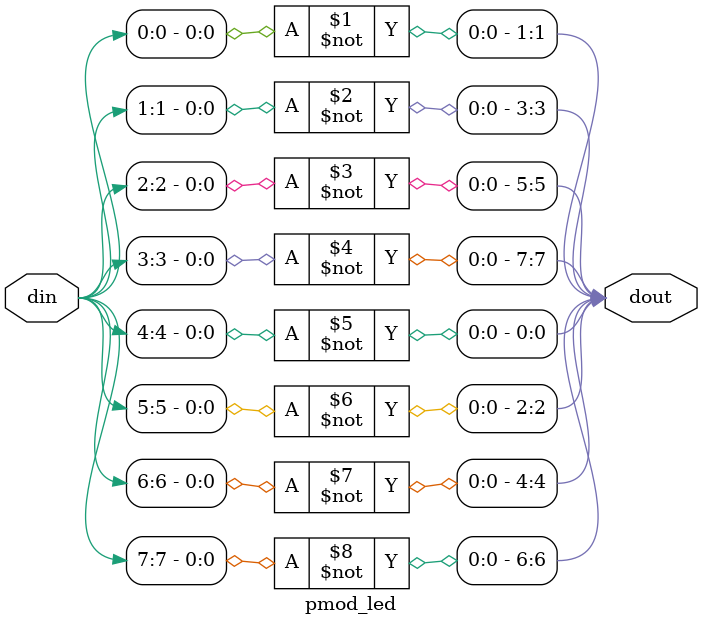
<source format=v>

`timescale 1ns / 1ps

// This need a XDC file
//set_property PACKAGE_PIN H12 [get_ports pmod[0]] ;# PMOD pin 1 - som240_1_a17
//set_property PACKAGE_PIN B10 [get_ports pmod[1]] ;# PMOD pin 2 - som240_1_b20  
//set_property PACKAGE_PIN E10 [get_ports pmod[2]] ;# PMOD pin 3 - som240_1_d20
//set_property PACKAGE_PIN E12 [get_ports pmod[3]] ;# PMOD pin 4 - som240_1_b21
//set_property PACKAGE_PIN D10 [get_ports pmod[4]] ;# PMOD pin 5 - som240_1_d21
//set_property PACKAGE_PIN D11 [get_ports pmod[5]] ;# PMOD pin 6 - som240_1_b22
//set_property PACKAGE_PIN C11 [get_ports pmod[6]] ;# PMOD pin 7 - som240_1_d22
//set_property PACKAGE_PIN B11 [get_ports pmod[7]] ;# PMOD pin 8 - som240_1_c22

//set_property IOSTANDARD LVCMOS33 [get_ports pmod*];
//set_property SLEW SLOW [get_ports pmod*];
//set_property DRIVE 4 [get_ports pmod*];

module pmod_led(
    input [7:0] din,
    output [7:0] dout
    );

assign dout[1] = ~din[0];
assign dout[3] = ~din[1];
assign dout[5] = ~din[2];
assign dout[7] = ~din[3];
assign dout[0] = ~din[4];
assign dout[2] = ~din[5];
assign dout[4] = ~din[6];
assign dout[6] = ~din[7];

endmodule


</source>
